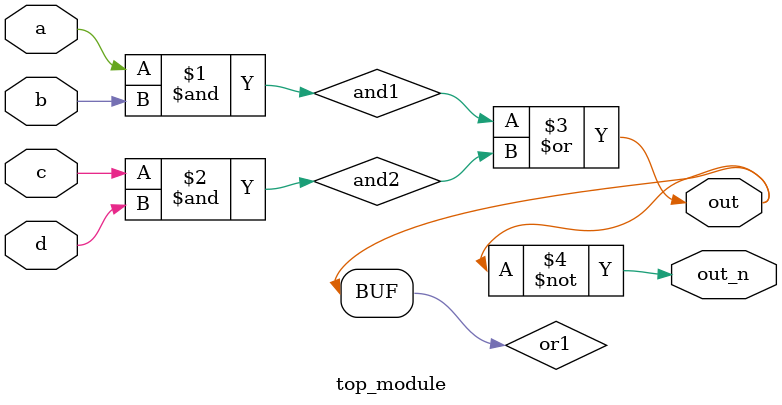
<source format=sv>
module top_module (
    input a,
    input b,
    input c,
    input d,
    output out,
    output out_n
);

wire and1, and2, or1;

assign and1 = a & b;
assign and2 = c & d;
assign or1 = and1 | and2;

assign out = or1;
assign out_n = ~out;

endmodule

</source>
